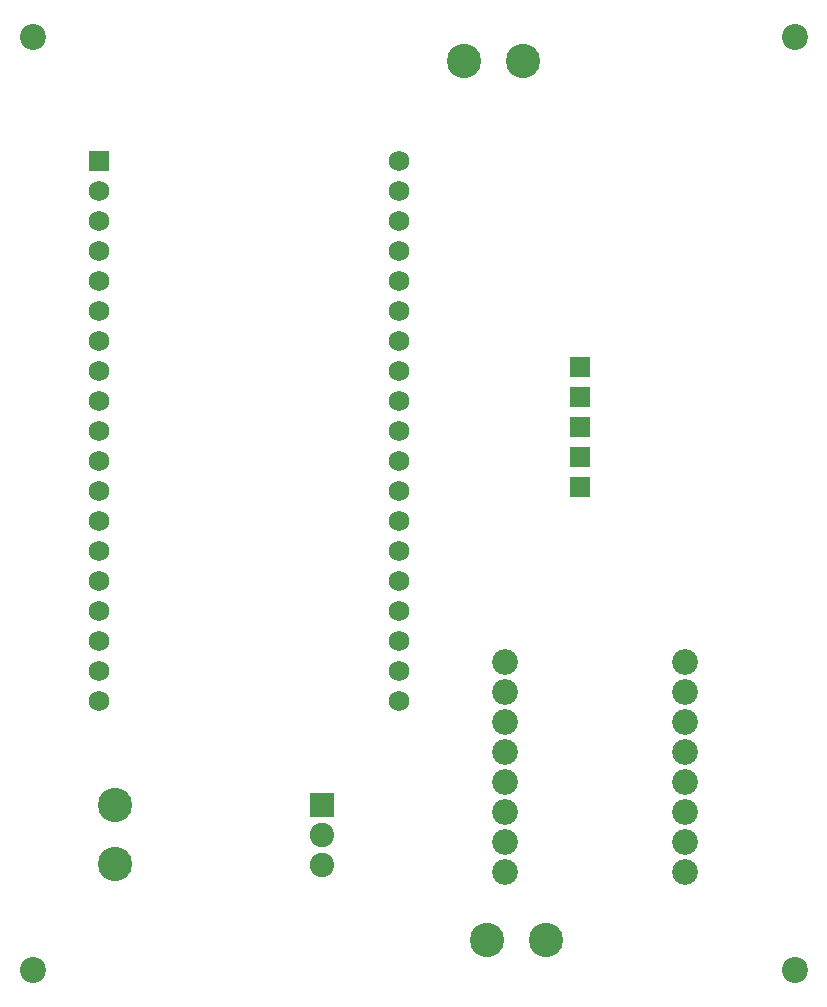
<source format=gbr>
%TF.GenerationSoftware,KiCad,Pcbnew,9.0.1*%
%TF.CreationDate,2025-04-18T16:29:56+02:00*%
%TF.ProjectId,Pendulo_Invertido,50656e64-756c-46f5-9f49-6e7665727469,rev?*%
%TF.SameCoordinates,Original*%
%TF.FileFunction,Soldermask,Bot*%
%TF.FilePolarity,Negative*%
%FSLAX46Y46*%
G04 Gerber Fmt 4.6, Leading zero omitted, Abs format (unit mm)*
G04 Created by KiCad (PCBNEW 9.0.1) date 2025-04-18 16:29:56*
%MOMM*%
%LPD*%
G01*
G04 APERTURE LIST*
G04 Aperture macros list*
%AMRoundRect*
0 Rectangle with rounded corners*
0 $1 Rounding radius*
0 $2 $3 $4 $5 $6 $7 $8 $9 X,Y pos of 4 corners*
0 Add a 4 corners polygon primitive as box body*
4,1,4,$2,$3,$4,$5,$6,$7,$8,$9,$2,$3,0*
0 Add four circle primitives for the rounded corners*
1,1,$1+$1,$2,$3*
1,1,$1+$1,$4,$5*
1,1,$1+$1,$6,$7*
1,1,$1+$1,$8,$9*
0 Add four rect primitives between the rounded corners*
20,1,$1+$1,$2,$3,$4,$5,0*
20,1,$1+$1,$4,$5,$6,$7,0*
20,1,$1+$1,$6,$7,$8,$9,0*
20,1,$1+$1,$8,$9,$2,$3,0*%
G04 Aperture macros list end*
%ADD10RoundRect,0.102000X-0.754000X0.754000X-0.754000X-0.754000X0.754000X-0.754000X0.754000X0.754000X0*%
%ADD11C,2.200000*%
%ADD12C,2.184000*%
%ADD13RoundRect,0.102000X-0.930000X0.930000X-0.930000X-0.930000X0.930000X-0.930000X0.930000X0.930000X0*%
%ADD14C,2.064000*%
%ADD15C,2.904000*%
%ADD16RoundRect,0.102000X-0.765000X-0.765000X0.765000X-0.765000X0.765000X0.765000X-0.765000X0.765000X0*%
%ADD17C,1.734000*%
G04 APERTURE END LIST*
D10*
%TO.C,SEN0142*%
X148702550Y-82014250D03*
X148702550Y-84554250D03*
X148702550Y-87094250D03*
X148702550Y-89634250D03*
X148702550Y-92174250D03*
%TD*%
D11*
%TO.C,REF\u002A\u002A*%
X102347550Y-54094250D03*
%TD*%
D12*
%TO.C,ROB-1445*%
X142347550Y-106974250D03*
X142347550Y-109514250D03*
X142347550Y-112054250D03*
X142347550Y-114594250D03*
X142347550Y-117134250D03*
X142347550Y-119674250D03*
X142347550Y-122214250D03*
X142347550Y-124754250D03*
X157587550Y-124754250D03*
X157587550Y-122214250D03*
X157587550Y-119674250D03*
X157587550Y-117134250D03*
X157587550Y-114594250D03*
X157587550Y-112054250D03*
X157587550Y-109514250D03*
X157587550Y-106974250D03*
%TD*%
D13*
%TO.C,LM7805CT*%
X126847550Y-119094250D03*
D14*
X126847550Y-121634250D03*
X126847550Y-124174250D03*
%TD*%
D15*
%TO.C,XT 30 Alimentacion*%
X109347550Y-119094250D03*
X109347550Y-124094250D03*
%TD*%
%TO.C,Motor DER.*%
X138847550Y-56094250D03*
X143847550Y-56094250D03*
%TD*%
D11*
%TO.C,REF\u002A\u002A*%
X166847550Y-133094250D03*
%TD*%
D15*
%TO.C,Motor IZ.*%
X140847550Y-130594250D03*
X145847550Y-130594250D03*
%TD*%
D11*
%TO.C,REF\u002A\u002A*%
X166847550Y-54094250D03*
%TD*%
%TO.C,REF\u002A\u002A*%
X102347550Y-133094250D03*
%TD*%
D16*
%TO.C,ESP32-DEVKITC-32D-F*%
X107946843Y-64594250D03*
D17*
X107946843Y-67134250D03*
X107946843Y-69674250D03*
X107946843Y-72214250D03*
X107946843Y-74754250D03*
X107946843Y-77294250D03*
X107946843Y-79834250D03*
X107946843Y-82374250D03*
X107946843Y-84914250D03*
X107946843Y-87454250D03*
X107946843Y-89994250D03*
X107946843Y-92534250D03*
X107946843Y-95074250D03*
X107946843Y-97614250D03*
X107946843Y-100154250D03*
X107946843Y-102694250D03*
X107946843Y-105234250D03*
X107946843Y-107774250D03*
X107946843Y-110314250D03*
X133346843Y-110314250D03*
X133346843Y-107774250D03*
X133346843Y-105234250D03*
X133346843Y-102694250D03*
X133346843Y-100154250D03*
X133346843Y-97614250D03*
X133346843Y-95074250D03*
X133346843Y-92534250D03*
X133346843Y-89994250D03*
X133346843Y-87454250D03*
X133346843Y-84914250D03*
X133346843Y-82374250D03*
X133346843Y-79834250D03*
X133346843Y-77294250D03*
X133346843Y-74754250D03*
X133346843Y-72214250D03*
X133346843Y-69674250D03*
X133346843Y-67134250D03*
X133346843Y-64594250D03*
%TD*%
M02*

</source>
